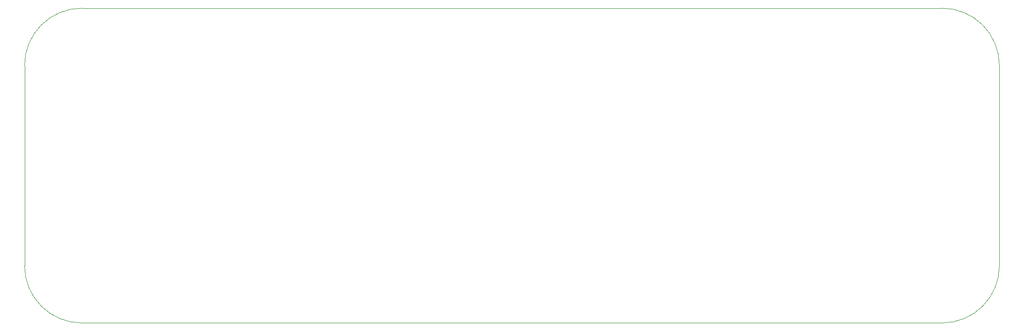
<source format=gbr>
%TF.GenerationSoftware,KiCad,Pcbnew,(6.0.1)*%
%TF.CreationDate,2023-06-02T16:05:18+02:00*%
%TF.ProjectId,cock,636f636b-2e6b-4696-9361-645f70636258,rev?*%
%TF.SameCoordinates,Original*%
%TF.FileFunction,Profile,NP*%
%FSLAX46Y46*%
G04 Gerber Fmt 4.6, Leading zero omitted, Abs format (unit mm)*
G04 Created by KiCad (PCBNEW (6.0.1)) date 2023-06-02 16:05:18*
%MOMM*%
%LPD*%
G01*
G04 APERTURE LIST*
%TA.AperFunction,Profile*%
%ADD10C,0.050000*%
%TD*%
G04 APERTURE END LIST*
D10*
X50000000Y-84000000D02*
X50000000Y-49000000D01*
X60000000Y-94000000D02*
X210000000Y-94000000D01*
X220000000Y-84000000D02*
X220000000Y-49000000D01*
X210000000Y-39000000D02*
X60000000Y-39000000D01*
X60000000Y-39000000D02*
G75*
G03*
X50000000Y-49000000I-1J-9999999D01*
G01*
X220000000Y-49000000D02*
G75*
G03*
X210000000Y-39000000I-9999999J1D01*
G01*
X50000000Y-84000000D02*
G75*
G03*
X60000000Y-94000000I9999999J-1D01*
G01*
X210000000Y-94000000D02*
G75*
G03*
X220000000Y-84000000I1J9999999D01*
G01*
M02*

</source>
